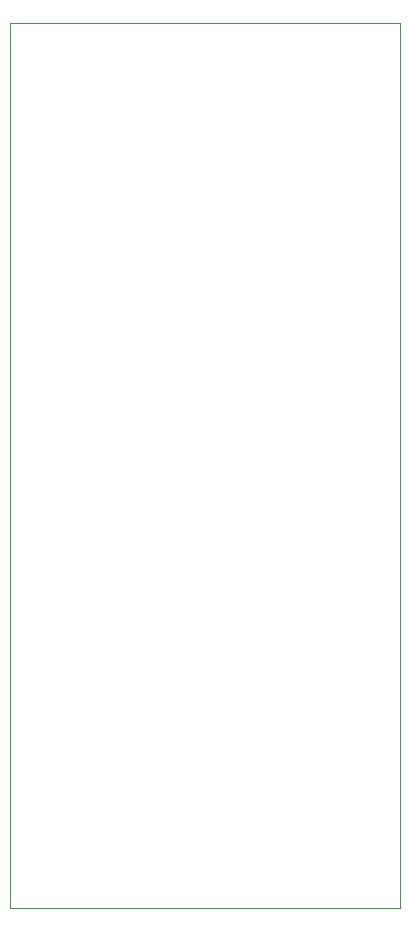
<source format=gbr>
%TF.GenerationSoftware,KiCad,Pcbnew,(6.0.4)*%
%TF.CreationDate,2022-04-23T15:23:27-04:00*%
%TF.ProjectId,smart penetrometer,736d6172-7420-4706-956e-6574726f6d65,rev?*%
%TF.SameCoordinates,Original*%
%TF.FileFunction,Profile,NP*%
%FSLAX46Y46*%
G04 Gerber Fmt 4.6, Leading zero omitted, Abs format (unit mm)*
G04 Created by KiCad (PCBNEW (6.0.4)) date 2022-04-23 15:23:27*
%MOMM*%
%LPD*%
G01*
G04 APERTURE LIST*
%TA.AperFunction,Profile*%
%ADD10C,0.050000*%
%TD*%
G04 APERTURE END LIST*
D10*
X142240000Y-74930000D02*
X142240000Y-149860000D01*
X109220000Y-149860000D02*
X109220000Y-74930000D01*
X142240000Y-149860000D02*
X109220000Y-149860000D01*
X142240000Y-74930000D02*
X109220000Y-74930000D01*
M02*

</source>
